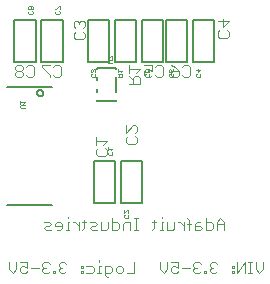
<source format=gbr>
G04 EAGLE Gerber RS-274X export*
G75*
%MOMM*%
%FSLAX34Y34*%
%LPD*%
%INSilkscreen Bottom*%
%IPPOS*%
%AMOC8*
5,1,8,0,0,1.08239X$1,22.5*%
G01*
%ADD10C,0.076200*%
%ADD11C,0.127000*%
%ADD12C,0.025400*%


D10*
X116169Y211122D02*
X117737Y209554D01*
X117737Y206419D01*
X116169Y204851D01*
X109899Y204851D01*
X108331Y206419D01*
X108331Y209554D01*
X109899Y211122D01*
X116169Y214206D02*
X117737Y215774D01*
X117737Y218909D01*
X116169Y220477D01*
X114602Y220477D01*
X113034Y218909D01*
X113034Y217342D01*
X113034Y218909D02*
X111466Y220477D01*
X109899Y220477D01*
X108331Y218909D01*
X108331Y215774D01*
X109899Y214206D01*
X155321Y167091D02*
X164727Y167091D01*
X164727Y171794D01*
X163159Y173361D01*
X160024Y173361D01*
X158456Y171794D01*
X158456Y167091D01*
X158456Y170226D02*
X155321Y173361D01*
X161592Y176446D02*
X164727Y179581D01*
X155321Y179581D01*
X155321Y176446D02*
X155321Y182717D01*
X177498Y180939D02*
X179066Y182507D01*
X182201Y182507D01*
X183769Y180939D01*
X183769Y174669D01*
X182201Y173101D01*
X179066Y173101D01*
X177498Y174669D01*
X174414Y182507D02*
X168143Y182507D01*
X174414Y182507D02*
X174414Y177804D01*
X171278Y179372D01*
X169711Y179372D01*
X168143Y177804D01*
X168143Y174669D01*
X169711Y173101D01*
X172846Y173101D01*
X174414Y174669D01*
X200358Y180939D02*
X201926Y182507D01*
X205061Y182507D01*
X206629Y180939D01*
X206629Y174669D01*
X205061Y173101D01*
X201926Y173101D01*
X200358Y174669D01*
X194138Y180939D02*
X191003Y182507D01*
X194138Y180939D02*
X197274Y177804D01*
X197274Y174669D01*
X195706Y173101D01*
X192571Y173101D01*
X191003Y174669D01*
X191003Y176236D01*
X192571Y177804D01*
X197274Y177804D01*
X238089Y212392D02*
X239657Y210824D01*
X239657Y207689D01*
X238089Y206121D01*
X231819Y206121D01*
X230251Y207689D01*
X230251Y210824D01*
X231819Y212392D01*
X230251Y220179D02*
X239657Y220179D01*
X234954Y215476D01*
X234954Y221747D01*
X135219Y112401D02*
X136787Y110834D01*
X136787Y107698D01*
X135219Y106131D01*
X128949Y106131D01*
X127381Y107698D01*
X127381Y110834D01*
X128949Y112401D01*
X133652Y115486D02*
X136787Y118621D01*
X127381Y118621D01*
X127381Y115486D02*
X127381Y121757D01*
X160619Y122561D02*
X162187Y120994D01*
X162187Y117858D01*
X160619Y116291D01*
X154349Y116291D01*
X152781Y117858D01*
X152781Y120994D01*
X154349Y122561D01*
X152781Y125646D02*
X152781Y131917D01*
X152781Y125646D02*
X159052Y131917D01*
X160619Y131917D01*
X162187Y130349D01*
X162187Y127213D01*
X160619Y125646D01*
X235839Y49832D02*
X235839Y43561D01*
X235839Y49832D02*
X232704Y52967D01*
X229568Y49832D01*
X229568Y43561D01*
X229568Y48264D02*
X235839Y48264D01*
X220213Y52967D02*
X220213Y43561D01*
X224916Y43561D01*
X226484Y45129D01*
X226484Y48264D01*
X224916Y49832D01*
X220213Y49832D01*
X215561Y49832D02*
X212426Y49832D01*
X210858Y48264D01*
X210858Y43561D01*
X215561Y43561D01*
X217129Y45129D01*
X215561Y46696D01*
X210858Y46696D01*
X206206Y43561D02*
X206206Y51399D01*
X204638Y52967D01*
X204638Y48264D02*
X207773Y48264D01*
X201537Y49832D02*
X201537Y43561D01*
X201537Y46696D02*
X198401Y49832D01*
X196834Y49832D01*
X193741Y49832D02*
X193741Y45129D01*
X192173Y43561D01*
X187470Y43561D01*
X187470Y49832D01*
X184386Y49832D02*
X182818Y49832D01*
X182818Y43561D01*
X184386Y43561D02*
X181250Y43561D01*
X182818Y52967D02*
X182818Y54535D01*
X176581Y51399D02*
X176581Y45129D01*
X175013Y43561D01*
X175013Y49832D02*
X178149Y49832D01*
X162557Y43561D02*
X159421Y43561D01*
X160989Y43561D02*
X160989Y52967D01*
X162557Y52967D02*
X159421Y52967D01*
X156320Y49832D02*
X156320Y43561D01*
X156320Y49832D02*
X151617Y49832D01*
X150049Y48264D01*
X150049Y43561D01*
X140694Y43561D02*
X140694Y52967D01*
X140694Y43561D02*
X145397Y43561D01*
X146965Y45129D01*
X146965Y48264D01*
X145397Y49832D01*
X140694Y49832D01*
X137610Y49832D02*
X137610Y45129D01*
X136042Y43561D01*
X131339Y43561D01*
X131339Y49832D01*
X128254Y43561D02*
X123551Y43561D01*
X121984Y45129D01*
X123551Y46696D01*
X126687Y46696D01*
X128254Y48264D01*
X126687Y49832D01*
X121984Y49832D01*
X117332Y51399D02*
X117332Y45129D01*
X115764Y43561D01*
X115764Y49832D02*
X118899Y49832D01*
X112662Y49832D02*
X112662Y43561D01*
X112662Y46696D02*
X109527Y49832D01*
X107959Y49832D01*
X104866Y49832D02*
X103299Y49832D01*
X103299Y43561D01*
X104866Y43561D02*
X101731Y43561D01*
X103299Y52967D02*
X103299Y54535D01*
X97062Y43561D02*
X93927Y43561D01*
X97062Y43561D02*
X98630Y45129D01*
X98630Y48264D01*
X97062Y49832D01*
X93927Y49832D01*
X92359Y48264D01*
X92359Y46696D01*
X98630Y46696D01*
X89275Y43561D02*
X84572Y43561D01*
X83004Y45129D01*
X84572Y46696D01*
X87707Y46696D01*
X89275Y48264D01*
X87707Y49832D01*
X83004Y49832D01*
X268859Y16137D02*
X268859Y9866D01*
X265724Y6731D01*
X262588Y9866D01*
X262588Y16137D01*
X259504Y6731D02*
X256368Y6731D01*
X257936Y6731D02*
X257936Y16137D01*
X259504Y16137D02*
X256368Y16137D01*
X253267Y16137D02*
X253267Y6731D01*
X246996Y6731D02*
X253267Y16137D01*
X246996Y16137D02*
X246996Y6731D01*
X243912Y13002D02*
X242344Y13002D01*
X242344Y11434D01*
X243912Y11434D01*
X243912Y13002D01*
X243912Y8299D02*
X242344Y8299D01*
X242344Y6731D01*
X243912Y6731D01*
X243912Y8299D01*
X229879Y14569D02*
X228311Y16137D01*
X225176Y16137D01*
X223608Y14569D01*
X223608Y13002D01*
X225176Y11434D01*
X226744Y11434D01*
X225176Y11434D02*
X223608Y9866D01*
X223608Y8299D01*
X225176Y6731D01*
X228311Y6731D01*
X229879Y8299D01*
X220524Y8299D02*
X220524Y6731D01*
X220524Y8299D02*
X218956Y8299D01*
X218956Y6731D01*
X220524Y6731D01*
X215846Y14569D02*
X214279Y16137D01*
X211143Y16137D01*
X209576Y14569D01*
X209576Y13002D01*
X211143Y11434D01*
X212711Y11434D01*
X211143Y11434D02*
X209576Y9866D01*
X209576Y8299D01*
X211143Y6731D01*
X214279Y6731D01*
X215846Y8299D01*
X206491Y11434D02*
X200220Y11434D01*
X197136Y16137D02*
X190865Y16137D01*
X197136Y16137D02*
X197136Y11434D01*
X194001Y13002D01*
X192433Y13002D01*
X190865Y11434D01*
X190865Y8299D01*
X192433Y6731D01*
X195568Y6731D01*
X197136Y8299D01*
X187781Y9866D02*
X187781Y16137D01*
X187781Y9866D02*
X184645Y6731D01*
X181510Y9866D01*
X181510Y16137D01*
X159715Y16137D02*
X159715Y6731D01*
X153444Y6731D01*
X148792Y6731D02*
X145657Y6731D01*
X144089Y8299D01*
X144089Y11434D01*
X145657Y13002D01*
X148792Y13002D01*
X150360Y11434D01*
X150360Y8299D01*
X148792Y6731D01*
X137869Y3596D02*
X136302Y3596D01*
X134734Y5163D01*
X134734Y13002D01*
X139437Y13002D01*
X141005Y11434D01*
X141005Y8299D01*
X139437Y6731D01*
X134734Y6731D01*
X131650Y13002D02*
X130082Y13002D01*
X130082Y6731D01*
X131650Y6731D02*
X128514Y6731D01*
X130082Y16137D02*
X130082Y17705D01*
X123845Y13002D02*
X119142Y13002D01*
X123845Y13002D02*
X125413Y11434D01*
X125413Y8299D01*
X123845Y6731D01*
X119142Y6731D01*
X116058Y13002D02*
X114490Y13002D01*
X114490Y11434D01*
X116058Y11434D01*
X116058Y13002D01*
X116058Y8299D02*
X114490Y8299D01*
X114490Y6731D01*
X116058Y6731D01*
X116058Y8299D01*
X102025Y14569D02*
X100457Y16137D01*
X97322Y16137D01*
X95754Y14569D01*
X95754Y13002D01*
X97322Y11434D01*
X98890Y11434D01*
X97322Y11434D02*
X95754Y9866D01*
X95754Y8299D01*
X97322Y6731D01*
X100457Y6731D01*
X102025Y8299D01*
X92670Y8299D02*
X92670Y6731D01*
X92670Y8299D02*
X91102Y8299D01*
X91102Y6731D01*
X92670Y6731D01*
X87992Y14569D02*
X86424Y16137D01*
X83289Y16137D01*
X81721Y14569D01*
X81721Y13002D01*
X83289Y11434D01*
X84857Y11434D01*
X83289Y11434D02*
X81721Y9866D01*
X81721Y8299D01*
X83289Y6731D01*
X86424Y6731D01*
X87992Y8299D01*
X78637Y11434D02*
X72366Y11434D01*
X69282Y16137D02*
X63011Y16137D01*
X69282Y16137D02*
X69282Y11434D01*
X66146Y13002D01*
X64579Y13002D01*
X63011Y11434D01*
X63011Y8299D01*
X64579Y6731D01*
X67714Y6731D01*
X69282Y8299D01*
X59927Y9866D02*
X59927Y16137D01*
X59927Y9866D02*
X56791Y6731D01*
X53656Y9866D01*
X53656Y16137D01*
X91138Y180939D02*
X92706Y182507D01*
X95841Y182507D01*
X97409Y180939D01*
X97409Y174669D01*
X95841Y173101D01*
X92706Y173101D01*
X91138Y174669D01*
X88054Y182507D02*
X81783Y182507D01*
X81783Y180939D01*
X88054Y174669D01*
X88054Y173101D01*
X69846Y182507D02*
X68278Y180939D01*
X69846Y182507D02*
X72981Y182507D01*
X74549Y180939D01*
X74549Y174669D01*
X72981Y173101D01*
X69846Y173101D01*
X68278Y174669D01*
X65194Y180939D02*
X63626Y182507D01*
X60491Y182507D01*
X58923Y180939D01*
X58923Y179372D01*
X60491Y177804D01*
X58923Y176236D01*
X58923Y174669D01*
X60491Y173101D01*
X63626Y173101D01*
X65194Y174669D01*
X65194Y176236D01*
X63626Y177804D01*
X65194Y179372D01*
X65194Y180939D01*
X63626Y177804D02*
X60491Y177804D01*
D11*
X125620Y101820D02*
X143620Y101820D01*
X125620Y101820D02*
X125620Y65820D01*
X143620Y65820D01*
X143620Y101820D01*
D12*
X141100Y108714D02*
X140465Y109349D01*
X141100Y108714D02*
X141100Y107443D01*
X140465Y106807D01*
X137923Y106807D01*
X137287Y107443D01*
X137287Y108714D01*
X137923Y109349D01*
X139829Y110549D02*
X141100Y111820D01*
X137287Y111820D01*
X137287Y110549D02*
X137287Y113091D01*
D11*
X148480Y65820D02*
X166480Y65820D01*
X166480Y101820D01*
X148480Y101820D01*
X148480Y65820D01*
D12*
X154181Y56145D02*
X154816Y55509D01*
X154816Y54238D01*
X154181Y53603D01*
X151639Y53603D01*
X151003Y54238D01*
X151003Y55509D01*
X151639Y56145D01*
X151003Y57345D02*
X151003Y59887D01*
X151003Y57345D02*
X153545Y59887D01*
X154181Y59887D01*
X154816Y59252D01*
X154816Y57980D01*
X154181Y57345D01*
D11*
X138540Y185200D02*
X120540Y185200D01*
X138540Y185200D02*
X138540Y221200D01*
X120540Y221200D01*
X120540Y185200D01*
D12*
X126241Y175525D02*
X126876Y174889D01*
X126876Y173618D01*
X126241Y172983D01*
X123699Y172983D01*
X123063Y173618D01*
X123063Y174889D01*
X123699Y175525D01*
X126241Y176725D02*
X126876Y177360D01*
X126876Y178632D01*
X126241Y179267D01*
X125605Y179267D01*
X124970Y178632D01*
X124970Y177996D01*
X124970Y178632D02*
X124334Y179267D01*
X123699Y179267D01*
X123063Y178632D01*
X123063Y177360D01*
X123699Y176725D01*
D11*
X209440Y185200D02*
X227440Y185200D01*
X227440Y221200D01*
X209440Y221200D01*
X209440Y185200D01*
D12*
X215141Y175525D02*
X215776Y174889D01*
X215776Y173618D01*
X215141Y172983D01*
X212599Y172983D01*
X211963Y173618D01*
X211963Y174889D01*
X212599Y175525D01*
X211963Y178632D02*
X215776Y178632D01*
X213870Y176725D01*
X213870Y179267D01*
D11*
X161400Y185200D02*
X143400Y185200D01*
X161400Y185200D02*
X161400Y221200D01*
X143400Y221200D01*
X143400Y185200D01*
D12*
X145923Y172983D02*
X149736Y172983D01*
X149736Y174889D01*
X149101Y175525D01*
X147830Y175525D01*
X147194Y174889D01*
X147194Y172983D01*
X147194Y174254D02*
X145923Y175525D01*
X148465Y176725D02*
X149736Y177996D01*
X145923Y177996D01*
X145923Y176725D02*
X145923Y179267D01*
D11*
X166260Y185200D02*
X184260Y185200D01*
X184260Y221200D01*
X166260Y221200D01*
X166260Y185200D01*
D12*
X171961Y175525D02*
X172596Y174889D01*
X172596Y173618D01*
X171961Y172983D01*
X169419Y172983D01*
X168783Y173618D01*
X168783Y174889D01*
X169419Y175525D01*
X172596Y176725D02*
X172596Y179267D01*
X172596Y176725D02*
X170690Y176725D01*
X171325Y177996D01*
X171325Y178632D01*
X170690Y179267D01*
X169419Y179267D01*
X168783Y178632D01*
X168783Y177360D01*
X169419Y176725D01*
D11*
X186580Y185200D02*
X204580Y185200D01*
X204580Y221200D01*
X186580Y221200D01*
X186580Y185200D01*
D12*
X192281Y175525D02*
X192916Y174889D01*
X192916Y173618D01*
X192281Y172983D01*
X189739Y172983D01*
X189103Y173618D01*
X189103Y174889D01*
X189739Y175525D01*
X192281Y177996D02*
X192916Y179267D01*
X192281Y177996D02*
X191010Y176725D01*
X189739Y176725D01*
X189103Y177360D01*
X189103Y178632D01*
X189739Y179267D01*
X190374Y179267D01*
X191010Y178632D01*
X191010Y176725D01*
D11*
X90120Y164300D02*
X52120Y164300D01*
X52120Y64300D02*
X90120Y64300D01*
X77470Y159258D02*
X77472Y159358D01*
X77478Y159459D01*
X77488Y159558D01*
X77502Y159658D01*
X77519Y159757D01*
X77541Y159855D01*
X77567Y159952D01*
X77596Y160048D01*
X77629Y160142D01*
X77666Y160236D01*
X77706Y160328D01*
X77750Y160418D01*
X77798Y160506D01*
X77849Y160593D01*
X77903Y160677D01*
X77961Y160759D01*
X78022Y160839D01*
X78086Y160916D01*
X78153Y160991D01*
X78223Y161063D01*
X78296Y161132D01*
X78371Y161198D01*
X78449Y161262D01*
X78529Y161322D01*
X78612Y161379D01*
X78697Y161432D01*
X78784Y161482D01*
X78873Y161529D01*
X78963Y161572D01*
X79055Y161612D01*
X79149Y161648D01*
X79244Y161680D01*
X79340Y161708D01*
X79438Y161733D01*
X79536Y161753D01*
X79635Y161770D01*
X79735Y161783D01*
X79834Y161792D01*
X79935Y161797D01*
X80035Y161798D01*
X80135Y161795D01*
X80236Y161788D01*
X80335Y161777D01*
X80435Y161762D01*
X80533Y161744D01*
X80631Y161721D01*
X80728Y161694D01*
X80823Y161664D01*
X80918Y161630D01*
X81011Y161592D01*
X81102Y161551D01*
X81192Y161506D01*
X81280Y161458D01*
X81366Y161406D01*
X81450Y161351D01*
X81531Y161292D01*
X81610Y161230D01*
X81687Y161166D01*
X81761Y161098D01*
X81832Y161027D01*
X81901Y160954D01*
X81966Y160878D01*
X82029Y160799D01*
X82088Y160718D01*
X82144Y160635D01*
X82197Y160550D01*
X82246Y160462D01*
X82292Y160373D01*
X82334Y160282D01*
X82373Y160189D01*
X82408Y160095D01*
X82439Y160000D01*
X82467Y159903D01*
X82490Y159806D01*
X82510Y159707D01*
X82526Y159608D01*
X82538Y159509D01*
X82546Y159408D01*
X82550Y159308D01*
X82550Y159208D01*
X82546Y159108D01*
X82538Y159007D01*
X82526Y158908D01*
X82510Y158809D01*
X82490Y158710D01*
X82467Y158613D01*
X82439Y158516D01*
X82408Y158421D01*
X82373Y158327D01*
X82334Y158234D01*
X82292Y158143D01*
X82246Y158054D01*
X82197Y157966D01*
X82144Y157881D01*
X82088Y157798D01*
X82029Y157717D01*
X81966Y157638D01*
X81901Y157562D01*
X81832Y157489D01*
X81761Y157418D01*
X81687Y157350D01*
X81610Y157286D01*
X81531Y157224D01*
X81450Y157165D01*
X81366Y157110D01*
X81280Y157058D01*
X81192Y157010D01*
X81102Y156965D01*
X81011Y156924D01*
X80918Y156886D01*
X80823Y156852D01*
X80728Y156822D01*
X80631Y156795D01*
X80533Y156772D01*
X80435Y156754D01*
X80335Y156739D01*
X80236Y156728D01*
X80135Y156721D01*
X80035Y156718D01*
X79935Y156719D01*
X79834Y156724D01*
X79735Y156733D01*
X79635Y156746D01*
X79536Y156763D01*
X79438Y156783D01*
X79340Y156808D01*
X79244Y156836D01*
X79149Y156868D01*
X79055Y156904D01*
X78963Y156944D01*
X78873Y156987D01*
X78784Y157034D01*
X78697Y157084D01*
X78612Y157137D01*
X78529Y157194D01*
X78449Y157254D01*
X78371Y157318D01*
X78296Y157384D01*
X78223Y157453D01*
X78153Y157525D01*
X78086Y157600D01*
X78022Y157677D01*
X77961Y157757D01*
X77903Y157839D01*
X77849Y157923D01*
X77798Y158010D01*
X77750Y158098D01*
X77706Y158188D01*
X77666Y158280D01*
X77629Y158374D01*
X77596Y158468D01*
X77567Y158564D01*
X77541Y158661D01*
X77519Y158759D01*
X77502Y158858D01*
X77488Y158958D01*
X77478Y159057D01*
X77472Y159158D01*
X77470Y159258D01*
D12*
X67186Y146313D02*
X64009Y146313D01*
X63373Y146948D01*
X63373Y148219D01*
X64009Y148855D01*
X67186Y148855D01*
X65915Y150055D02*
X67186Y151326D01*
X63373Y151326D01*
X63373Y150055D02*
X63373Y152597D01*
D11*
X143890Y152370D02*
X143890Y153370D01*
X143890Y152370D02*
X127890Y152370D01*
X127890Y153370D01*
X143890Y179370D02*
X143890Y180370D01*
X127890Y180370D01*
X127890Y179370D01*
X143890Y172370D02*
X143890Y160370D01*
X127890Y160370D02*
X127890Y162370D01*
X127890Y170370D02*
X127890Y172370D01*
D12*
X137923Y184277D02*
X141100Y184277D01*
X137923Y184277D02*
X137287Y184913D01*
X137287Y186184D01*
X137923Y186819D01*
X141100Y186819D01*
X137287Y188019D02*
X137287Y190561D01*
X137287Y188019D02*
X139829Y190561D01*
X140465Y190561D01*
X141100Y189926D01*
X141100Y188655D01*
X140465Y188019D01*
D11*
X99170Y221200D02*
X81170Y221200D01*
X81170Y185200D01*
X99170Y185200D01*
X99170Y221200D01*
D12*
X96650Y228094D02*
X96015Y228729D01*
X96650Y228094D02*
X96650Y226823D01*
X96015Y226187D01*
X93473Y226187D01*
X92837Y226823D01*
X92837Y228094D01*
X93473Y228729D01*
X96650Y229929D02*
X96650Y232471D01*
X96015Y232471D01*
X93473Y229929D01*
X92837Y229929D01*
D11*
X76310Y221200D02*
X58310Y221200D01*
X58310Y185200D01*
X76310Y185200D01*
X76310Y221200D01*
D12*
X73790Y228094D02*
X73155Y228729D01*
X73790Y228094D02*
X73790Y226823D01*
X73155Y226187D01*
X70613Y226187D01*
X69977Y226823D01*
X69977Y228094D01*
X70613Y228729D01*
X73155Y229929D02*
X73790Y230565D01*
X73790Y231836D01*
X73155Y232471D01*
X72519Y232471D01*
X71884Y231836D01*
X71248Y232471D01*
X70613Y232471D01*
X69977Y231836D01*
X69977Y230565D01*
X70613Y229929D01*
X71248Y229929D01*
X71884Y230565D01*
X72519Y229929D01*
X73155Y229929D01*
X71884Y230565D02*
X71884Y231836D01*
M02*

</source>
